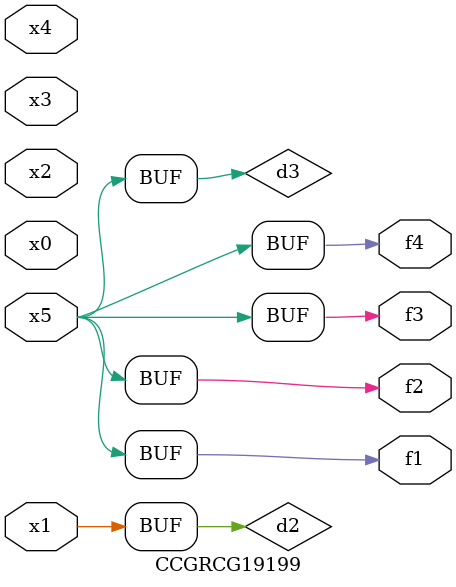
<source format=v>
module CCGRCG19199(
	input x0, x1, x2, x3, x4, x5,
	output f1, f2, f3, f4
);

	wire d1, d2, d3;

	not (d1, x5);
	or (d2, x1);
	xnor (d3, d1);
	assign f1 = d3;
	assign f2 = d3;
	assign f3 = d3;
	assign f4 = d3;
endmodule

</source>
